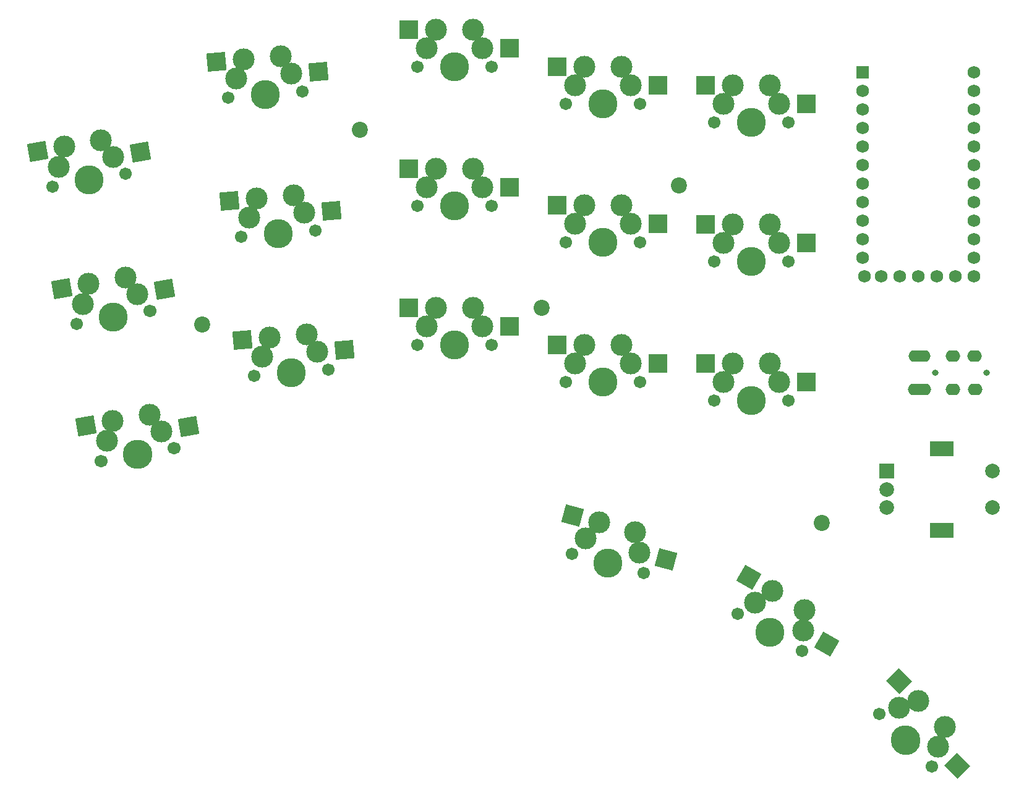
<source format=gts>
%TF.GenerationSoftware,KiCad,Pcbnew,(6.0.7)*%
%TF.CreationDate,2022-09-04T15:55:50+05:30*%
%TF.ProjectId,burp_fart,62757270-5f66-4617-9274-2e6b69636164,rev?*%
%TF.SameCoordinates,Original*%
%TF.FileFunction,Soldermask,Top*%
%TF.FilePolarity,Negative*%
%FSLAX46Y46*%
G04 Gerber Fmt 4.6, Leading zero omitted, Abs format (unit mm)*
G04 Created by KiCad (PCBNEW (6.0.7)) date 2022-09-04 15:55:50*
%MOMM*%
%LPD*%
G01*
G04 APERTURE LIST*
G04 Aperture macros list*
%AMRotRect*
0 Rectangle, with rotation*
0 The origin of the aperture is its center*
0 $1 length*
0 $2 width*
0 $3 Rotation angle, in degrees counterclockwise*
0 Add horizontal line*
21,1,$1,$2,0,0,$3*%
G04 Aperture macros list end*
%ADD10R,2.000000X2.000000*%
%ADD11C,2.000000*%
%ADD12R,3.200000X2.000000*%
%ADD13C,1.701800*%
%ADD14C,3.987800*%
%ADD15C,3.000000*%
%ADD16C,2.200000*%
%ADD17C,0.800000*%
%ADD18O,2.000000X1.600000*%
%ADD19R,1.752600X1.752600*%
%ADD20C,1.752600*%
%ADD21RotRect,2.550000X2.500000X135.000000*%
%ADD22R,2.550000X2.500000*%
%ADD23RotRect,2.550000X2.500000X150.000000*%
%ADD24RotRect,2.550000X2.500000X185.000000*%
%ADD25RotRect,2.550000X2.500000X190.000000*%
%ADD26RotRect,2.550000X2.500000X165.000000*%
G04 APERTURE END LIST*
D10*
%TO.C,L_SW_RE1*%
X137922000Y-88392000D03*
D11*
X137922000Y-93392000D03*
X137922000Y-90892000D03*
D12*
X145422000Y-85292000D03*
X145422000Y-96492000D03*
D11*
X152422000Y-93392000D03*
X152422000Y-88392000D03*
%TD*%
D13*
%TO.C,L_SW__20*%
X23699177Y-49396133D03*
D14*
X28702000Y-48514000D03*
D15*
X30321279Y-43070110D03*
X24508816Y-46674188D03*
D13*
X33704823Y-47631867D03*
%TD*%
D15*
%TO.C,L_SW__01*%
X58475583Y-69647955D03*
X52371123Y-72731729D03*
D13*
X51327331Y-75372751D03*
D14*
X56388000Y-74930000D03*
D13*
X61448669Y-74487249D03*
%TD*%
D15*
%TO.C,L_SW__04*%
X121920000Y-73660000D03*
D14*
X119380000Y-78740000D03*
D13*
X114300000Y-78740000D03*
X124460000Y-78740000D03*
D15*
X115570000Y-76200000D03*
%TD*%
D13*
%TO.C,L_SW__13*%
X93980000Y-57030000D03*
X104140000Y-57030000D03*
D14*
X99060000Y-57030000D03*
D15*
X95250000Y-54490000D03*
X101600000Y-51950000D03*
%TD*%
D16*
%TO.C,REF\u002A\u002A*%
X109474000Y-49276000D03*
%TD*%
D14*
%TO.C,L_SW__T2*%
X121920000Y-110510000D03*
D15*
X119890443Y-106405295D03*
X126659705Y-107380591D03*
D13*
X126319409Y-113050000D03*
X117520591Y-107970000D03*
%TD*%
D15*
%TO.C,L_SW__23*%
X95250000Y-35560000D03*
X101600000Y-33020000D03*
D13*
X93980000Y-38100000D03*
D14*
X99060000Y-38100000D03*
D13*
X104140000Y-38100000D03*
%TD*%
D17*
%TO.C,L_TRRS1*%
X144548500Y-74932000D03*
X151594500Y-74930000D03*
X151548500Y-74932000D03*
X144594500Y-74930000D03*
D18*
X141848500Y-77232000D03*
X141894500Y-72630000D03*
X142994500Y-77230000D03*
X142948500Y-72632000D03*
X146948500Y-72632000D03*
X146994500Y-77230000D03*
X149994500Y-77230000D03*
X149948500Y-72632000D03*
%TD*%
D13*
%TO.C,L_SW__03*%
X93980000Y-76200000D03*
X104140000Y-76200000D03*
D15*
X95250000Y-73660000D03*
D14*
X99060000Y-76200000D03*
D15*
X101600000Y-71120000D03*
%TD*%
D13*
%TO.C,L_SW__10*%
X27032898Y-68192133D03*
D14*
X32035721Y-67310000D03*
D13*
X37038544Y-66427867D03*
D15*
X33655000Y-61866110D03*
X27842537Y-65470188D03*
%TD*%
D13*
%TO.C,L_SW__12*%
X73660000Y-52070000D03*
D15*
X81280000Y-46990000D03*
D14*
X78740000Y-52070000D03*
D13*
X83820000Y-52070000D03*
D15*
X74930000Y-49530000D03*
%TD*%
%TO.C,L_SW__11*%
X50593123Y-53681729D03*
D13*
X59670669Y-55437249D03*
D15*
X56697583Y-50597955D03*
D14*
X54610000Y-55880000D03*
D13*
X49549331Y-56322751D03*
%TD*%
D19*
%TO.C,L_EC1*%
X134620000Y-33736750D03*
D20*
X134620000Y-36276750D03*
X134620000Y-38816750D03*
X134620000Y-41356750D03*
X134620000Y-43896750D03*
X134620000Y-46436750D03*
X134620000Y-48976750D03*
X134620000Y-51516750D03*
X134620000Y-54056750D03*
X134620000Y-56596750D03*
X134620000Y-59136750D03*
X134848600Y-61676750D03*
X149860000Y-61676750D03*
X149860000Y-59136750D03*
X149860000Y-56596750D03*
X149860000Y-54056750D03*
X149860000Y-51516750D03*
X149860000Y-48976750D03*
X149860000Y-46436750D03*
X149860000Y-43896750D03*
X149860000Y-41356750D03*
X149860000Y-38816750D03*
X149860000Y-36276750D03*
X149860000Y-33736750D03*
X137160000Y-61676750D03*
X139700000Y-61676750D03*
X142240000Y-61676750D03*
X144780000Y-61676750D03*
X147320000Y-61676750D03*
%TD*%
D13*
%TO.C,L_SW__14*%
X124460000Y-59690000D03*
X114300000Y-59690000D03*
D14*
X119380000Y-59690000D03*
D15*
X115570000Y-57150000D03*
X121920000Y-54610000D03*
%TD*%
D13*
%TO.C,L_SW__T3*%
X104606903Y-102314801D03*
X94793097Y-99685199D03*
D14*
X99700000Y-101000000D03*
D15*
X96677223Y-97560448D03*
X103468252Y-96750497D03*
%TD*%
D13*
%TO.C,L_SW__00*%
X40361252Y-85217867D03*
X30355606Y-86982133D03*
D15*
X31165245Y-84260188D03*
D14*
X35358429Y-86100000D03*
D15*
X36977708Y-80656110D03*
%TD*%
D16*
%TO.C,REF\u002A\u002A*%
X90678000Y-66040000D03*
%TD*%
D15*
%TO.C,L_SW__22*%
X74930000Y-30480000D03*
D13*
X83820000Y-33020000D03*
X73660000Y-33020000D03*
D14*
X78740000Y-33020000D03*
D15*
X81280000Y-27940000D03*
%TD*%
D13*
%TO.C,L_SW__24*%
X114300000Y-40640000D03*
D15*
X121920000Y-35560000D03*
X115570000Y-38100000D03*
D13*
X124460000Y-40640000D03*
D14*
X119380000Y-40640000D03*
%TD*%
D16*
%TO.C,REF\u002A\u002A*%
X129032000Y-95504000D03*
%TD*%
%TO.C,REF\u002A\u002A*%
X65786000Y-41656000D03*
%TD*%
D14*
%TO.C,L_SW__02*%
X78740000Y-71120000D03*
D15*
X74930000Y-68580000D03*
X81280000Y-66040000D03*
D13*
X83820000Y-71120000D03*
X73660000Y-71120000D03*
%TD*%
%TO.C,L_SW__T1*%
X144092102Y-128852102D03*
X136907898Y-121667898D03*
D14*
X140500000Y-125260000D03*
D15*
X145888154Y-123463949D03*
X139601974Y-120769872D03*
%TD*%
D16*
%TO.C,REF\u002A\u002A*%
X44196000Y-68326000D03*
%TD*%
D15*
%TO.C,L_SW__21*%
X54919583Y-31547955D03*
D14*
X52832000Y-36830000D03*
D13*
X47771331Y-37272751D03*
D15*
X48815123Y-34631729D03*
D13*
X57892669Y-36387249D03*
%TD*%
D15*
%TO.C,R_SW__T1*%
X142258051Y-119833846D03*
D14*
X140462000Y-125222000D03*
D13*
X136869898Y-121629898D03*
X144054102Y-128814102D03*
D15*
X144952128Y-126120026D03*
D21*
X147603778Y-128771676D03*
X139606401Y-117182196D03*
%TD*%
D15*
%TO.C,R_SW__03*%
X96520000Y-71120000D03*
D13*
X93980000Y-76200000D03*
D14*
X99060000Y-76200000D03*
D13*
X104140000Y-76200000D03*
D15*
X102870000Y-73660000D03*
D22*
X106620000Y-73660000D03*
X92770000Y-71120000D03*
%TD*%
D13*
%TO.C,R_SW__T2*%
X117500591Y-107960000D03*
X126299409Y-113040000D03*
D15*
X122240295Y-104830591D03*
D14*
X121900000Y-110500000D03*
D15*
X126469557Y-110205295D03*
D23*
X129717152Y-112080295D03*
X118992700Y-102955591D03*
%TD*%
D13*
%TO.C,R_SW__22*%
X73660000Y-33020000D03*
D15*
X82550000Y-30480000D03*
D14*
X78740000Y-33020000D03*
D15*
X76200000Y-27940000D03*
D13*
X83820000Y-33020000D03*
D22*
X86300000Y-30480000D03*
X72450000Y-27940000D03*
%TD*%
D14*
%TO.C,R_SW__21*%
X52832000Y-36830000D03*
D13*
X47771331Y-37272751D03*
D15*
X49858914Y-31990707D03*
D13*
X57892669Y-36387249D03*
D15*
X56406126Y-33967602D03*
D24*
X60141856Y-33640768D03*
X46123184Y-32317541D03*
%TD*%
D13*
%TO.C,R_SW__01*%
X51327331Y-75372751D03*
D15*
X53414914Y-70090707D03*
X59962126Y-72067602D03*
D13*
X61448669Y-74487249D03*
D14*
X56388000Y-74930000D03*
D24*
X63697856Y-71740768D03*
X49679184Y-70417541D03*
%TD*%
D13*
%TO.C,R_SW__12*%
X73660000Y-52070000D03*
D15*
X82550000Y-49530000D03*
D14*
X78740000Y-52070000D03*
D13*
X83820000Y-52070000D03*
D15*
X76200000Y-46990000D03*
D22*
X86300000Y-49530000D03*
X72450000Y-46990000D03*
%TD*%
D15*
%TO.C,R_SW__20*%
X32013051Y-45350989D03*
X25318456Y-43952243D03*
D13*
X23699177Y-49396133D03*
X33704823Y-47631867D03*
D14*
X28702000Y-48514000D03*
D25*
X35706080Y-44699808D03*
X21625426Y-44603424D03*
%TD*%
D15*
%TO.C,R_SW__13*%
X96520000Y-51950000D03*
D14*
X99060000Y-57030000D03*
D13*
X93980000Y-57030000D03*
D15*
X102870000Y-54490000D03*
D13*
X104140000Y-57030000D03*
D22*
X106620000Y-54490000D03*
X92770000Y-51950000D03*
%TD*%
D13*
%TO.C,R_SW__23*%
X93980000Y-38100000D03*
X104140000Y-38100000D03*
D15*
X102870000Y-35560000D03*
D14*
X99060000Y-38100000D03*
D15*
X96520000Y-33020000D03*
D22*
X106620000Y-35560000D03*
X92770000Y-33020000D03*
%TD*%
D15*
%TO.C,R_SW__02*%
X82550000Y-68580000D03*
D13*
X73660000Y-71120000D03*
D14*
X78740000Y-71120000D03*
D13*
X83820000Y-71120000D03*
D15*
X76200000Y-66040000D03*
D22*
X86300000Y-68580000D03*
X72450000Y-66040000D03*
%TD*%
D13*
%TO.C,R_SW__00*%
X30303177Y-86988133D03*
D15*
X38617051Y-82942989D03*
D13*
X40308823Y-85223867D03*
D15*
X31922456Y-81544243D03*
D14*
X35306000Y-86106000D03*
D25*
X42310080Y-82291808D03*
X28229426Y-82195424D03*
%TD*%
D15*
%TO.C,R_SW__10*%
X28620456Y-62748243D03*
X35315051Y-64146989D03*
D13*
X37006823Y-66427867D03*
D14*
X32004000Y-67310000D03*
D13*
X27001177Y-68192133D03*
D25*
X39008080Y-63495808D03*
X24927426Y-63399424D03*
%TD*%
D14*
%TO.C,R_SW__11*%
X54610000Y-55880000D03*
D15*
X58184126Y-53017602D03*
D13*
X49549331Y-56322751D03*
X59670669Y-55437249D03*
D15*
X51636914Y-51040707D03*
D24*
X61919856Y-52690768D03*
X47901184Y-51367541D03*
%TD*%
D15*
%TO.C,R_SW__14*%
X116840000Y-54610000D03*
D13*
X124460000Y-59690000D03*
D14*
X119380000Y-59690000D03*
D15*
X123190000Y-57150000D03*
D13*
X114300000Y-59690000D03*
D22*
X126940000Y-57150000D03*
X113090000Y-54610000D03*
%TD*%
D14*
%TO.C,R_SW__04*%
X119380000Y-78740000D03*
D15*
X116840000Y-73660000D03*
X123190000Y-76200000D03*
D13*
X114300000Y-78740000D03*
X124460000Y-78740000D03*
D22*
X126940000Y-76200000D03*
X113090000Y-73660000D03*
%TD*%
D15*
%TO.C,R_SW__T3*%
X98561349Y-95435696D03*
D13*
X94793097Y-99685199D03*
D15*
X104037578Y-99532649D03*
D13*
X104606903Y-102314801D03*
D14*
X99700000Y-101000000D03*
D26*
X107659800Y-100503220D03*
X94939127Y-94465125D03*
%TD*%
D14*
%TO.C,R_SW__24*%
X119380000Y-40640000D03*
D13*
X124460000Y-40640000D03*
D15*
X116840000Y-35560000D03*
X123190000Y-38100000D03*
D13*
X114300000Y-40640000D03*
D22*
X126940000Y-38100000D03*
X113090000Y-35560000D03*
%TD*%
M02*

</source>
